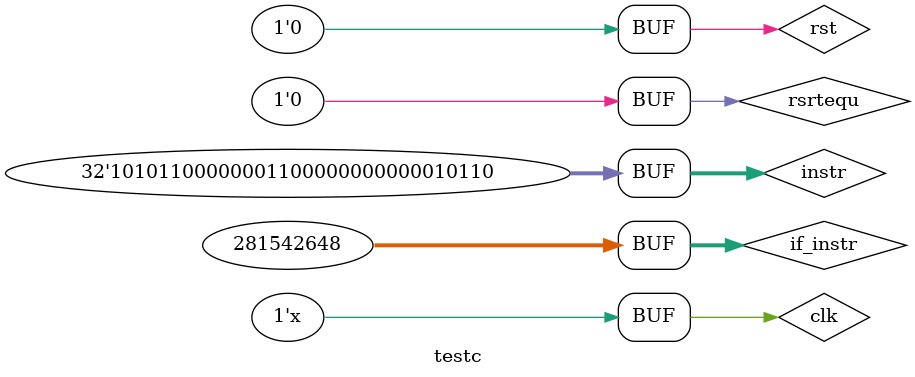
<source format=v>
`timescale 1ns / 1ps


module testc;

	// Inputs
	reg clk;
	reg rst;
	reg [31:0] if_instr;
	reg [31:0] instr;
	reg rsrtequ;

	// Outputs
	wire cu_branch;
	wire cu_wreg;
	wire cu_m2reg;
	wire cu_wmem;
	wire [3:0] cu_aluc;
	wire cu_shift;
	wire cu_aluimm;
	wire cu_sext;
	wire cu_regrt;
	wire cu_wpcir;
	wire [1:0] cu_FWA;
	wire [1:0] cu_FWB;
	wire cu_jump;
	wire cu_jal;
	wire cu_jr;

	// Instantiate the Unit Under Test (UUT)
	ctrl_unit uut (
		.clk(clk), 
		.rst(rst), 
		.if_instr(if_instr), 
		.instr(instr), 
		.cu_branch(cu_branch), 
		.cu_wreg(cu_wreg), 
		.cu_m2reg(cu_m2reg), 
		.cu_wmem(cu_wmem), 
		.cu_aluc(cu_aluc), 
		.cu_shift(cu_shift), 
		.cu_aluimm(cu_aluimm), 
		.cu_sext(cu_sext), 
		.cu_regrt(cu_regrt), 
		.cu_wpcir(cu_wpcir), 
		.cu_FWA(cu_FWA), 
		.cu_FWB(cu_FWB), 
		.cu_jump(cu_jump), 
		.rsrtequ(rsrtequ), 
		.cu_jal(cu_jal), 
		.cu_jr(cu_jr)
	);
	parameter FULL_CYC = 40, HALF_CYC = FULL_CYC/2;
	initial begin
		// Initialize Inputs
		clk = 0;
		rst = 0;
		if_instr = 0;
		instr = 0;
		rsrtequ = 0;

		// Wait 100 ns for global reset to finish
		#100;
        
		// Add stimulus here

		#15;if_instr[31:0]=32'h8c010014;
		
		#FULL_CYC;
		instr[31:0]=32'h8c010015;
		if_instr[31:0] = 32'h8c010015;
		
		#FULL_CYC;
		instr[31:0] = 32'h8c010015;
		if_instr[31:0] = 32'h0021_1020;
		
		#FULL_CYC;
		instr[31:0] = 32'h0021_1020;
		if_instr[31:0] = 32'h0022_1822;
		
		#FULL_CYC;
		instr[31:0] = 32'h0022_1822;
		if_instr[31:0] = 32'h1021_0002;
		
		#FULL_CYC;
		instr[31:0] = 32'h1021_0002;
		if_instr[31:0] = 32'h0064_2824;
		
		#FULL_CYC;
		instr[31:0] = 32'h0064_2824;
		if_instr[31:0] = 32'h0085_3027;
		
		#FULL_CYC;
		instr[31:0] = 32'h0085_3027;
		if_instr[31:0] = 32'hac06_0016;
		
		#FULL_CYC;
		instr[31:0] = 32'hac06_0016;
		if_instr[31:0] = 32'h10c7_fff8;		
	end

	

	always #HALF_CYC clk = ~clk;



      
endmodule


</source>
